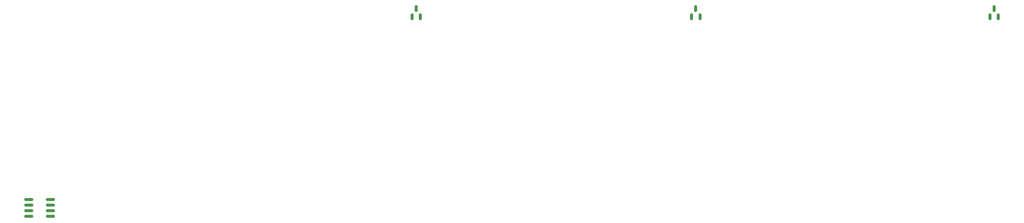
<source format=gbr>
%TF.GenerationSoftware,KiCad,Pcbnew,8.0.6*%
%TF.CreationDate,2024-12-22T20:43:21-05:00*%
%TF.ProjectId,flowcontrol_BL,666c6f77-636f-46e7-9472-6f6c5f424c2e,rev?*%
%TF.SameCoordinates,Original*%
%TF.FileFunction,Paste,Top*%
%TF.FilePolarity,Positive*%
%FSLAX46Y46*%
G04 Gerber Fmt 4.6, Leading zero omitted, Abs format (unit mm)*
G04 Created by KiCad (PCBNEW 8.0.6) date 2024-12-22 20:43:21*
%MOMM*%
%LPD*%
G01*
G04 APERTURE LIST*
G04 Aperture macros list*
%AMRoundRect*
0 Rectangle with rounded corners*
0 $1 Rounding radius*
0 $2 $3 $4 $5 $6 $7 $8 $9 X,Y pos of 4 corners*
0 Add a 4 corners polygon primitive as box body*
4,1,4,$2,$3,$4,$5,$6,$7,$8,$9,$2,$3,0*
0 Add four circle primitives for the rounded corners*
1,1,$1+$1,$2,$3*
1,1,$1+$1,$4,$5*
1,1,$1+$1,$6,$7*
1,1,$1+$1,$8,$9*
0 Add four rect primitives between the rounded corners*
20,1,$1+$1,$2,$3,$4,$5,0*
20,1,$1+$1,$4,$5,$6,$7,0*
20,1,$1+$1,$6,$7,$8,$9,0*
20,1,$1+$1,$8,$9,$2,$3,0*%
G04 Aperture macros list end*
%ADD10RoundRect,0.150000X-0.825000X-0.150000X0.825000X-0.150000X0.825000X0.150000X-0.825000X0.150000X0*%
%ADD11RoundRect,0.150000X0.150000X-0.587500X0.150000X0.587500X-0.150000X0.587500X-0.150000X-0.587500X0*%
G04 APERTURE END LIST*
D10*
%TO.C,U4*%
X58620000Y-106500000D03*
X58620000Y-107770000D03*
X58620000Y-109040000D03*
X58620000Y-110310000D03*
X63570000Y-110310000D03*
X63570000Y-109040000D03*
X63570000Y-107770000D03*
X63570000Y-106500000D03*
%TD*%
D11*
%TO.C,Q2*%
X208852500Y-65000000D03*
X210752500Y-65000000D03*
X209802500Y-63125000D03*
%TD*%
%TO.C,Q3*%
X276470000Y-65000000D03*
X278370000Y-65000000D03*
X277420000Y-63125000D03*
%TD*%
%TO.C,Q1*%
X145482500Y-65000000D03*
X147382500Y-65000000D03*
X146432500Y-63125000D03*
%TD*%
M02*

</source>
